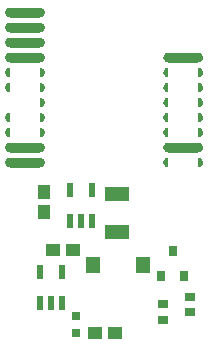
<source format=gtp>
G04 MADE WITH FRITZING*
G04 WWW.FRITZING.ORG*
G04 DOUBLE SIDED*
G04 HOLES PLATED*
G04 CONTOUR ON CENTER OF CONTOUR VECTOR*
%ASAXBY*%
%FSLAX23Y23*%
%MOIN*%
%OFA0B0*%
%SFA1.0B1.0*%
%ADD10R,0.031496X0.035433*%
%ADD11R,0.021654X0.047244*%
%ADD12R,0.078740X0.047244*%
%ADD13R,0.050000X0.057874*%
%ADD14R,0.043307X0.047244*%
%ADD15R,0.047244X0.043307*%
%ADD16R,0.031496X0.031496*%
%ADD17R,0.100000X0.032000*%
%ADD18R,0.035433X0.027559*%
%ADD19R,0.001000X0.001000*%
%LNPASTEMASK1*%
G90*
G70*
G54D10*
X527Y246D03*
X602Y246D03*
X564Y328D03*
G54D11*
X222Y429D03*
X259Y429D03*
X296Y429D03*
X296Y531D03*
X222Y531D03*
G54D12*
X380Y394D03*
X380Y520D03*
G54D13*
X467Y281D03*
X298Y281D03*
G54D14*
X134Y459D03*
X134Y526D03*
G54D15*
X372Y55D03*
X305Y55D03*
G54D16*
X241Y114D03*
X241Y55D03*
G54D15*
X231Y333D03*
X164Y333D03*
G54D17*
X600Y673D03*
X600Y973D03*
X72Y1123D03*
X72Y1073D03*
X72Y1023D03*
X72Y973D03*
X72Y673D03*
X72Y623D03*
G54D11*
X122Y157D03*
X160Y157D03*
X197Y157D03*
X197Y259D03*
X122Y259D03*
G54D18*
X621Y126D03*
X621Y177D03*
X531Y151D03*
X531Y100D03*
G54D19*
X17Y1139D02*
X21Y1139D01*
X122Y1139D02*
X126Y1139D01*
X15Y1138D02*
X21Y1138D01*
X122Y1138D02*
X129Y1138D01*
X13Y1137D02*
X21Y1137D01*
X122Y1137D02*
X130Y1137D01*
X12Y1136D02*
X21Y1136D01*
X122Y1136D02*
X132Y1136D01*
X11Y1135D02*
X21Y1135D01*
X122Y1135D02*
X133Y1135D01*
X10Y1134D02*
X21Y1134D01*
X122Y1134D02*
X134Y1134D01*
X9Y1133D02*
X21Y1133D01*
X122Y1133D02*
X134Y1133D01*
X9Y1132D02*
X21Y1132D01*
X122Y1132D02*
X135Y1132D01*
X8Y1131D02*
X21Y1131D01*
X122Y1131D02*
X136Y1131D01*
X8Y1130D02*
X21Y1130D01*
X122Y1130D02*
X136Y1130D01*
X7Y1129D02*
X21Y1129D01*
X122Y1129D02*
X136Y1129D01*
X7Y1128D02*
X21Y1128D01*
X122Y1128D02*
X137Y1128D01*
X7Y1127D02*
X21Y1127D01*
X122Y1127D02*
X137Y1127D01*
X7Y1126D02*
X21Y1126D01*
X122Y1126D02*
X137Y1126D01*
X6Y1125D02*
X21Y1125D01*
X122Y1125D02*
X137Y1125D01*
X6Y1124D02*
X21Y1124D01*
X122Y1124D02*
X137Y1124D01*
X6Y1123D02*
X21Y1123D01*
X122Y1123D02*
X137Y1123D01*
X7Y1122D02*
X21Y1122D01*
X122Y1122D02*
X137Y1122D01*
X7Y1121D02*
X21Y1121D01*
X122Y1121D02*
X137Y1121D01*
X7Y1120D02*
X21Y1120D01*
X122Y1120D02*
X137Y1120D01*
X7Y1119D02*
X21Y1119D01*
X122Y1119D02*
X137Y1119D01*
X8Y1118D02*
X21Y1118D01*
X122Y1118D02*
X136Y1118D01*
X8Y1117D02*
X21Y1117D01*
X122Y1117D02*
X136Y1117D01*
X8Y1116D02*
X21Y1116D01*
X122Y1116D02*
X135Y1116D01*
X9Y1115D02*
X21Y1115D01*
X122Y1115D02*
X135Y1115D01*
X10Y1114D02*
X21Y1114D01*
X122Y1114D02*
X134Y1114D01*
X11Y1113D02*
X21Y1113D01*
X122Y1113D02*
X133Y1113D01*
X12Y1112D02*
X21Y1112D01*
X122Y1112D02*
X132Y1112D01*
X13Y1111D02*
X21Y1111D01*
X122Y1111D02*
X131Y1111D01*
X14Y1110D02*
X21Y1110D01*
X122Y1110D02*
X129Y1110D01*
X16Y1109D02*
X21Y1109D01*
X122Y1109D02*
X127Y1109D01*
X20Y1108D02*
X21Y1108D01*
X123Y1108D02*
X124Y1108D01*
X17Y1089D02*
X21Y1089D01*
X122Y1089D02*
X126Y1089D01*
X15Y1088D02*
X21Y1088D01*
X122Y1088D02*
X129Y1088D01*
X13Y1087D02*
X21Y1087D01*
X122Y1087D02*
X130Y1087D01*
X12Y1086D02*
X21Y1086D01*
X122Y1086D02*
X132Y1086D01*
X11Y1085D02*
X21Y1085D01*
X122Y1085D02*
X133Y1085D01*
X10Y1084D02*
X21Y1084D01*
X122Y1084D02*
X134Y1084D01*
X9Y1083D02*
X21Y1083D01*
X122Y1083D02*
X134Y1083D01*
X9Y1082D02*
X21Y1082D01*
X122Y1082D02*
X135Y1082D01*
X8Y1081D02*
X21Y1081D01*
X122Y1081D02*
X136Y1081D01*
X8Y1080D02*
X21Y1080D01*
X122Y1080D02*
X136Y1080D01*
X7Y1079D02*
X21Y1079D01*
X122Y1079D02*
X136Y1079D01*
X7Y1078D02*
X21Y1078D01*
X122Y1078D02*
X137Y1078D01*
X7Y1077D02*
X21Y1077D01*
X122Y1077D02*
X137Y1077D01*
X7Y1076D02*
X21Y1076D01*
X122Y1076D02*
X137Y1076D01*
X6Y1075D02*
X21Y1075D01*
X122Y1075D02*
X137Y1075D01*
X6Y1074D02*
X21Y1074D01*
X122Y1074D02*
X137Y1074D01*
X6Y1073D02*
X21Y1073D01*
X122Y1073D02*
X137Y1073D01*
X7Y1072D02*
X21Y1072D01*
X122Y1072D02*
X137Y1072D01*
X7Y1071D02*
X21Y1071D01*
X122Y1071D02*
X137Y1071D01*
X7Y1070D02*
X21Y1070D01*
X122Y1070D02*
X137Y1070D01*
X7Y1069D02*
X21Y1069D01*
X122Y1069D02*
X137Y1069D01*
X8Y1068D02*
X21Y1068D01*
X122Y1068D02*
X136Y1068D01*
X8Y1067D02*
X21Y1067D01*
X122Y1067D02*
X136Y1067D01*
X8Y1066D02*
X21Y1066D01*
X122Y1066D02*
X135Y1066D01*
X9Y1065D02*
X21Y1065D01*
X122Y1065D02*
X135Y1065D01*
X10Y1064D02*
X21Y1064D01*
X122Y1064D02*
X134Y1064D01*
X11Y1063D02*
X21Y1063D01*
X122Y1063D02*
X133Y1063D01*
X12Y1062D02*
X21Y1062D01*
X122Y1062D02*
X132Y1062D01*
X13Y1061D02*
X21Y1061D01*
X122Y1061D02*
X131Y1061D01*
X14Y1060D02*
X21Y1060D01*
X122Y1060D02*
X129Y1060D01*
X16Y1059D02*
X21Y1059D01*
X122Y1059D02*
X127Y1059D01*
X20Y1058D02*
X21Y1058D01*
X123Y1058D02*
X124Y1058D01*
X17Y1039D02*
X21Y1039D01*
X122Y1039D02*
X126Y1039D01*
X15Y1038D02*
X21Y1038D01*
X122Y1038D02*
X129Y1038D01*
X13Y1037D02*
X21Y1037D01*
X122Y1037D02*
X130Y1037D01*
X12Y1036D02*
X21Y1036D01*
X122Y1036D02*
X132Y1036D01*
X11Y1035D02*
X21Y1035D01*
X122Y1035D02*
X133Y1035D01*
X10Y1034D02*
X21Y1034D01*
X122Y1034D02*
X134Y1034D01*
X9Y1033D02*
X21Y1033D01*
X122Y1033D02*
X134Y1033D01*
X9Y1032D02*
X21Y1032D01*
X122Y1032D02*
X135Y1032D01*
X8Y1031D02*
X21Y1031D01*
X122Y1031D02*
X136Y1031D01*
X8Y1030D02*
X21Y1030D01*
X122Y1030D02*
X136Y1030D01*
X7Y1029D02*
X21Y1029D01*
X122Y1029D02*
X136Y1029D01*
X7Y1028D02*
X21Y1028D01*
X122Y1028D02*
X137Y1028D01*
X7Y1027D02*
X21Y1027D01*
X122Y1027D02*
X137Y1027D01*
X7Y1026D02*
X21Y1026D01*
X122Y1026D02*
X137Y1026D01*
X6Y1025D02*
X21Y1025D01*
X122Y1025D02*
X137Y1025D01*
X6Y1024D02*
X21Y1024D01*
X122Y1024D02*
X137Y1024D01*
X6Y1023D02*
X21Y1023D01*
X122Y1023D02*
X137Y1023D01*
X7Y1022D02*
X21Y1022D01*
X122Y1022D02*
X137Y1022D01*
X7Y1021D02*
X21Y1021D01*
X122Y1021D02*
X137Y1021D01*
X7Y1020D02*
X21Y1020D01*
X122Y1020D02*
X137Y1020D01*
X7Y1019D02*
X21Y1019D01*
X122Y1019D02*
X137Y1019D01*
X8Y1018D02*
X21Y1018D01*
X122Y1018D02*
X136Y1018D01*
X8Y1017D02*
X21Y1017D01*
X122Y1017D02*
X136Y1017D01*
X8Y1016D02*
X21Y1016D01*
X122Y1016D02*
X135Y1016D01*
X9Y1015D02*
X21Y1015D01*
X122Y1015D02*
X135Y1015D01*
X10Y1014D02*
X21Y1014D01*
X122Y1014D02*
X134Y1014D01*
X11Y1013D02*
X21Y1013D01*
X122Y1013D02*
X133Y1013D01*
X12Y1012D02*
X21Y1012D01*
X122Y1012D02*
X132Y1012D01*
X13Y1011D02*
X21Y1011D01*
X122Y1011D02*
X131Y1011D01*
X14Y1010D02*
X21Y1010D01*
X122Y1010D02*
X129Y1010D01*
X16Y1009D02*
X21Y1009D01*
X122Y1009D02*
X127Y1009D01*
X20Y1008D02*
X21Y1008D01*
X123Y1008D02*
X124Y1008D01*
X17Y989D02*
X21Y989D01*
X122Y989D02*
X126Y989D01*
X545Y989D02*
X549Y989D01*
X650Y989D02*
X654Y989D01*
X15Y988D02*
X21Y988D01*
X122Y988D02*
X129Y988D01*
X543Y988D02*
X549Y988D01*
X650Y988D02*
X657Y988D01*
X13Y987D02*
X21Y987D01*
X122Y987D02*
X130Y987D01*
X541Y987D02*
X549Y987D01*
X650Y987D02*
X658Y987D01*
X12Y986D02*
X21Y986D01*
X122Y986D02*
X132Y986D01*
X540Y986D02*
X549Y986D01*
X650Y986D02*
X660Y986D01*
X11Y985D02*
X21Y985D01*
X122Y985D02*
X133Y985D01*
X539Y985D02*
X549Y985D01*
X650Y985D02*
X661Y985D01*
X10Y984D02*
X21Y984D01*
X122Y984D02*
X134Y984D01*
X538Y984D02*
X549Y984D01*
X650Y984D02*
X661Y984D01*
X9Y983D02*
X21Y983D01*
X122Y983D02*
X134Y983D01*
X537Y983D02*
X549Y983D01*
X650Y983D02*
X662Y983D01*
X9Y982D02*
X21Y982D01*
X122Y982D02*
X135Y982D01*
X536Y982D02*
X549Y982D01*
X650Y982D02*
X663Y982D01*
X8Y981D02*
X21Y981D01*
X122Y981D02*
X136Y981D01*
X536Y981D02*
X549Y981D01*
X650Y981D02*
X663Y981D01*
X8Y980D02*
X21Y980D01*
X122Y980D02*
X136Y980D01*
X535Y980D02*
X549Y980D01*
X650Y980D02*
X664Y980D01*
X7Y979D02*
X21Y979D01*
X122Y979D02*
X136Y979D01*
X535Y979D02*
X549Y979D01*
X650Y979D02*
X664Y979D01*
X7Y978D02*
X21Y978D01*
X122Y978D02*
X137Y978D01*
X535Y978D02*
X549Y978D01*
X650Y978D02*
X665Y978D01*
X7Y977D02*
X21Y977D01*
X122Y977D02*
X137Y977D01*
X535Y977D02*
X549Y977D01*
X650Y977D02*
X665Y977D01*
X7Y976D02*
X21Y976D01*
X122Y976D02*
X137Y976D01*
X534Y976D02*
X549Y976D01*
X650Y976D02*
X665Y976D01*
X6Y975D02*
X21Y975D01*
X122Y975D02*
X137Y975D01*
X534Y975D02*
X549Y975D01*
X650Y975D02*
X665Y975D01*
X6Y974D02*
X21Y974D01*
X122Y974D02*
X137Y974D01*
X534Y974D02*
X549Y974D01*
X650Y974D02*
X665Y974D01*
X6Y973D02*
X21Y973D01*
X122Y973D02*
X137Y973D01*
X534Y973D02*
X549Y973D01*
X650Y973D02*
X665Y973D01*
X7Y972D02*
X21Y972D01*
X122Y972D02*
X137Y972D01*
X534Y972D02*
X549Y972D01*
X650Y972D02*
X665Y972D01*
X7Y971D02*
X21Y971D01*
X122Y971D02*
X137Y971D01*
X534Y971D02*
X549Y971D01*
X650Y971D02*
X665Y971D01*
X7Y970D02*
X21Y970D01*
X122Y970D02*
X137Y970D01*
X535Y970D02*
X549Y970D01*
X650Y970D02*
X665Y970D01*
X7Y969D02*
X21Y969D01*
X122Y969D02*
X137Y969D01*
X535Y969D02*
X549Y969D01*
X650Y969D02*
X664Y969D01*
X8Y968D02*
X21Y968D01*
X122Y968D02*
X136Y968D01*
X535Y968D02*
X549Y968D01*
X650Y968D02*
X664Y968D01*
X8Y967D02*
X21Y967D01*
X122Y967D02*
X136Y967D01*
X536Y967D02*
X549Y967D01*
X650Y967D02*
X664Y967D01*
X8Y966D02*
X21Y966D01*
X122Y966D02*
X135Y966D01*
X536Y966D02*
X549Y966D01*
X650Y966D02*
X663Y966D01*
X9Y965D02*
X21Y965D01*
X122Y965D02*
X135Y965D01*
X537Y965D02*
X549Y965D01*
X650Y965D02*
X662Y965D01*
X10Y964D02*
X21Y964D01*
X122Y964D02*
X134Y964D01*
X538Y964D02*
X549Y964D01*
X650Y964D02*
X662Y964D01*
X11Y963D02*
X21Y963D01*
X122Y963D02*
X133Y963D01*
X538Y963D02*
X549Y963D01*
X650Y963D02*
X661Y963D01*
X12Y962D02*
X21Y962D01*
X122Y962D02*
X132Y962D01*
X539Y962D02*
X549Y962D01*
X650Y962D02*
X660Y962D01*
X13Y961D02*
X21Y961D01*
X122Y961D02*
X131Y961D01*
X541Y961D02*
X549Y961D01*
X650Y961D02*
X659Y961D01*
X14Y960D02*
X21Y960D01*
X122Y960D02*
X129Y960D01*
X542Y960D02*
X549Y960D01*
X650Y960D02*
X657Y960D01*
X16Y959D02*
X21Y959D01*
X122Y959D02*
X127Y959D01*
X544Y959D02*
X549Y959D01*
X650Y959D02*
X655Y959D01*
X20Y958D02*
X21Y958D01*
X123Y958D02*
X124Y958D01*
X548Y958D02*
X549Y958D01*
X650Y958D02*
X651Y958D01*
X17Y939D02*
X21Y939D01*
X122Y939D02*
X126Y939D01*
X545Y939D02*
X549Y939D01*
X650Y939D02*
X654Y939D01*
X15Y938D02*
X21Y938D01*
X122Y938D02*
X129Y938D01*
X543Y938D02*
X549Y938D01*
X650Y938D02*
X657Y938D01*
X13Y937D02*
X21Y937D01*
X122Y937D02*
X130Y937D01*
X541Y937D02*
X549Y937D01*
X650Y937D02*
X658Y937D01*
X12Y936D02*
X21Y936D01*
X122Y936D02*
X132Y936D01*
X540Y936D02*
X549Y936D01*
X650Y936D02*
X660Y936D01*
X11Y935D02*
X21Y935D01*
X122Y935D02*
X133Y935D01*
X539Y935D02*
X549Y935D01*
X650Y935D02*
X661Y935D01*
X10Y934D02*
X21Y934D01*
X122Y934D02*
X134Y934D01*
X538Y934D02*
X549Y934D01*
X650Y934D02*
X661Y934D01*
X9Y933D02*
X21Y933D01*
X122Y933D02*
X134Y933D01*
X537Y933D02*
X549Y933D01*
X650Y933D02*
X662Y933D01*
X9Y932D02*
X21Y932D01*
X122Y932D02*
X135Y932D01*
X536Y932D02*
X549Y932D01*
X650Y932D02*
X663Y932D01*
X8Y931D02*
X21Y931D01*
X122Y931D02*
X136Y931D01*
X536Y931D02*
X549Y931D01*
X650Y931D02*
X663Y931D01*
X8Y930D02*
X21Y930D01*
X122Y930D02*
X136Y930D01*
X535Y930D02*
X549Y930D01*
X650Y930D02*
X664Y930D01*
X7Y929D02*
X21Y929D01*
X122Y929D02*
X136Y929D01*
X535Y929D02*
X549Y929D01*
X650Y929D02*
X664Y929D01*
X7Y928D02*
X21Y928D01*
X122Y928D02*
X137Y928D01*
X535Y928D02*
X549Y928D01*
X650Y928D02*
X665Y928D01*
X7Y927D02*
X21Y927D01*
X122Y927D02*
X137Y927D01*
X535Y927D02*
X549Y927D01*
X650Y927D02*
X665Y927D01*
X7Y926D02*
X21Y926D01*
X122Y926D02*
X137Y926D01*
X534Y926D02*
X549Y926D01*
X650Y926D02*
X665Y926D01*
X6Y925D02*
X21Y925D01*
X122Y925D02*
X137Y925D01*
X534Y925D02*
X549Y925D01*
X650Y925D02*
X665Y925D01*
X6Y924D02*
X21Y924D01*
X122Y924D02*
X137Y924D01*
X534Y924D02*
X549Y924D01*
X650Y924D02*
X665Y924D01*
X6Y923D02*
X21Y923D01*
X122Y923D02*
X137Y923D01*
X534Y923D02*
X549Y923D01*
X650Y923D02*
X665Y923D01*
X7Y922D02*
X21Y922D01*
X122Y922D02*
X137Y922D01*
X534Y922D02*
X549Y922D01*
X650Y922D02*
X665Y922D01*
X7Y921D02*
X21Y921D01*
X122Y921D02*
X137Y921D01*
X534Y921D02*
X549Y921D01*
X650Y921D02*
X665Y921D01*
X7Y920D02*
X21Y920D01*
X122Y920D02*
X137Y920D01*
X535Y920D02*
X549Y920D01*
X650Y920D02*
X665Y920D01*
X7Y919D02*
X21Y919D01*
X122Y919D02*
X137Y919D01*
X535Y919D02*
X549Y919D01*
X650Y919D02*
X664Y919D01*
X8Y918D02*
X21Y918D01*
X122Y918D02*
X136Y918D01*
X535Y918D02*
X549Y918D01*
X650Y918D02*
X664Y918D01*
X8Y917D02*
X21Y917D01*
X122Y917D02*
X136Y917D01*
X536Y917D02*
X549Y917D01*
X650Y917D02*
X664Y917D01*
X8Y916D02*
X21Y916D01*
X122Y916D02*
X135Y916D01*
X536Y916D02*
X549Y916D01*
X650Y916D02*
X663Y916D01*
X9Y915D02*
X21Y915D01*
X122Y915D02*
X135Y915D01*
X537Y915D02*
X549Y915D01*
X650Y915D02*
X662Y915D01*
X10Y914D02*
X21Y914D01*
X122Y914D02*
X134Y914D01*
X538Y914D02*
X549Y914D01*
X650Y914D02*
X662Y914D01*
X11Y913D02*
X21Y913D01*
X122Y913D02*
X133Y913D01*
X538Y913D02*
X549Y913D01*
X650Y913D02*
X661Y913D01*
X12Y912D02*
X21Y912D01*
X122Y912D02*
X132Y912D01*
X539Y912D02*
X549Y912D01*
X650Y912D02*
X660Y912D01*
X13Y911D02*
X21Y911D01*
X122Y911D02*
X131Y911D01*
X541Y911D02*
X549Y911D01*
X650Y911D02*
X659Y911D01*
X14Y910D02*
X21Y910D01*
X122Y910D02*
X129Y910D01*
X542Y910D02*
X549Y910D01*
X650Y910D02*
X657Y910D01*
X16Y909D02*
X21Y909D01*
X122Y909D02*
X127Y909D01*
X544Y909D02*
X549Y909D01*
X650Y909D02*
X655Y909D01*
X20Y908D02*
X21Y908D01*
X123Y908D02*
X124Y908D01*
X548Y908D02*
X549Y908D01*
X650Y908D02*
X651Y908D01*
X17Y889D02*
X21Y889D01*
X122Y889D02*
X126Y889D01*
X545Y889D02*
X549Y889D01*
X650Y889D02*
X654Y889D01*
X15Y888D02*
X21Y888D01*
X122Y888D02*
X129Y888D01*
X543Y888D02*
X549Y888D01*
X650Y888D02*
X657Y888D01*
X13Y887D02*
X21Y887D01*
X122Y887D02*
X130Y887D01*
X541Y887D02*
X549Y887D01*
X650Y887D02*
X658Y887D01*
X12Y886D02*
X21Y886D01*
X122Y886D02*
X132Y886D01*
X540Y886D02*
X549Y886D01*
X650Y886D02*
X660Y886D01*
X11Y885D02*
X21Y885D01*
X122Y885D02*
X133Y885D01*
X539Y885D02*
X549Y885D01*
X650Y885D02*
X661Y885D01*
X10Y884D02*
X21Y884D01*
X122Y884D02*
X134Y884D01*
X538Y884D02*
X549Y884D01*
X650Y884D02*
X661Y884D01*
X9Y883D02*
X21Y883D01*
X122Y883D02*
X134Y883D01*
X537Y883D02*
X549Y883D01*
X650Y883D02*
X662Y883D01*
X9Y882D02*
X21Y882D01*
X122Y882D02*
X135Y882D01*
X536Y882D02*
X549Y882D01*
X650Y882D02*
X663Y882D01*
X8Y881D02*
X21Y881D01*
X122Y881D02*
X136Y881D01*
X536Y881D02*
X549Y881D01*
X650Y881D02*
X663Y881D01*
X8Y880D02*
X21Y880D01*
X122Y880D02*
X136Y880D01*
X535Y880D02*
X549Y880D01*
X650Y880D02*
X664Y880D01*
X7Y879D02*
X21Y879D01*
X122Y879D02*
X136Y879D01*
X535Y879D02*
X549Y879D01*
X650Y879D02*
X664Y879D01*
X7Y878D02*
X21Y878D01*
X122Y878D02*
X137Y878D01*
X535Y878D02*
X549Y878D01*
X650Y878D02*
X665Y878D01*
X7Y877D02*
X21Y877D01*
X122Y877D02*
X137Y877D01*
X535Y877D02*
X549Y877D01*
X650Y877D02*
X665Y877D01*
X7Y876D02*
X21Y876D01*
X122Y876D02*
X137Y876D01*
X534Y876D02*
X549Y876D01*
X650Y876D02*
X665Y876D01*
X6Y875D02*
X21Y875D01*
X122Y875D02*
X137Y875D01*
X534Y875D02*
X549Y875D01*
X650Y875D02*
X665Y875D01*
X6Y874D02*
X21Y874D01*
X122Y874D02*
X137Y874D01*
X534Y874D02*
X549Y874D01*
X650Y874D02*
X665Y874D01*
X6Y873D02*
X21Y873D01*
X122Y873D02*
X137Y873D01*
X534Y873D02*
X549Y873D01*
X650Y873D02*
X665Y873D01*
X7Y872D02*
X21Y872D01*
X122Y872D02*
X137Y872D01*
X534Y872D02*
X549Y872D01*
X650Y872D02*
X665Y872D01*
X7Y871D02*
X21Y871D01*
X122Y871D02*
X137Y871D01*
X534Y871D02*
X549Y871D01*
X650Y871D02*
X665Y871D01*
X7Y870D02*
X21Y870D01*
X122Y870D02*
X137Y870D01*
X535Y870D02*
X549Y870D01*
X650Y870D02*
X665Y870D01*
X7Y869D02*
X21Y869D01*
X122Y869D02*
X137Y869D01*
X535Y869D02*
X549Y869D01*
X650Y869D02*
X664Y869D01*
X8Y868D02*
X21Y868D01*
X122Y868D02*
X136Y868D01*
X535Y868D02*
X549Y868D01*
X650Y868D02*
X664Y868D01*
X8Y867D02*
X21Y867D01*
X122Y867D02*
X136Y867D01*
X536Y867D02*
X549Y867D01*
X650Y867D02*
X664Y867D01*
X8Y866D02*
X21Y866D01*
X122Y866D02*
X135Y866D01*
X536Y866D02*
X549Y866D01*
X650Y866D02*
X663Y866D01*
X9Y865D02*
X21Y865D01*
X122Y865D02*
X135Y865D01*
X537Y865D02*
X549Y865D01*
X650Y865D02*
X662Y865D01*
X10Y864D02*
X21Y864D01*
X122Y864D02*
X134Y864D01*
X538Y864D02*
X549Y864D01*
X650Y864D02*
X662Y864D01*
X11Y863D02*
X21Y863D01*
X122Y863D02*
X133Y863D01*
X538Y863D02*
X549Y863D01*
X650Y863D02*
X661Y863D01*
X12Y862D02*
X21Y862D01*
X122Y862D02*
X132Y862D01*
X539Y862D02*
X549Y862D01*
X650Y862D02*
X660Y862D01*
X13Y861D02*
X21Y861D01*
X122Y861D02*
X131Y861D01*
X541Y861D02*
X549Y861D01*
X650Y861D02*
X659Y861D01*
X14Y860D02*
X21Y860D01*
X122Y860D02*
X129Y860D01*
X542Y860D02*
X549Y860D01*
X650Y860D02*
X657Y860D01*
X16Y859D02*
X21Y859D01*
X122Y859D02*
X127Y859D01*
X544Y859D02*
X549Y859D01*
X650Y859D02*
X655Y859D01*
X20Y858D02*
X21Y858D01*
X123Y858D02*
X124Y858D01*
X548Y858D02*
X549Y858D01*
X650Y858D02*
X651Y858D01*
X122Y839D02*
X126Y839D01*
X545Y839D02*
X549Y839D01*
X650Y839D02*
X654Y839D01*
X122Y838D02*
X129Y838D01*
X543Y838D02*
X549Y838D01*
X650Y838D02*
X657Y838D01*
X122Y837D02*
X130Y837D01*
X541Y837D02*
X549Y837D01*
X650Y837D02*
X658Y837D01*
X122Y836D02*
X132Y836D01*
X540Y836D02*
X549Y836D01*
X650Y836D02*
X660Y836D01*
X122Y835D02*
X133Y835D01*
X539Y835D02*
X549Y835D01*
X650Y835D02*
X661Y835D01*
X122Y834D02*
X134Y834D01*
X538Y834D02*
X549Y834D01*
X650Y834D02*
X661Y834D01*
X122Y833D02*
X134Y833D01*
X537Y833D02*
X549Y833D01*
X650Y833D02*
X662Y833D01*
X122Y832D02*
X135Y832D01*
X536Y832D02*
X549Y832D01*
X650Y832D02*
X663Y832D01*
X122Y831D02*
X136Y831D01*
X536Y831D02*
X549Y831D01*
X650Y831D02*
X663Y831D01*
X122Y830D02*
X136Y830D01*
X535Y830D02*
X549Y830D01*
X650Y830D02*
X664Y830D01*
X122Y829D02*
X136Y829D01*
X535Y829D02*
X549Y829D01*
X650Y829D02*
X664Y829D01*
X122Y828D02*
X137Y828D01*
X535Y828D02*
X549Y828D01*
X650Y828D02*
X665Y828D01*
X122Y827D02*
X137Y827D01*
X535Y827D02*
X549Y827D01*
X650Y827D02*
X665Y827D01*
X122Y826D02*
X137Y826D01*
X534Y826D02*
X549Y826D01*
X650Y826D02*
X665Y826D01*
X122Y825D02*
X137Y825D01*
X534Y825D02*
X549Y825D01*
X650Y825D02*
X665Y825D01*
X122Y824D02*
X137Y824D01*
X534Y824D02*
X549Y824D01*
X650Y824D02*
X665Y824D01*
X122Y823D02*
X137Y823D01*
X534Y823D02*
X549Y823D01*
X650Y823D02*
X665Y823D01*
X122Y822D02*
X137Y822D01*
X534Y822D02*
X549Y822D01*
X650Y822D02*
X665Y822D01*
X122Y821D02*
X137Y821D01*
X534Y821D02*
X549Y821D01*
X650Y821D02*
X665Y821D01*
X122Y820D02*
X137Y820D01*
X535Y820D02*
X549Y820D01*
X650Y820D02*
X665Y820D01*
X122Y819D02*
X137Y819D01*
X535Y819D02*
X549Y819D01*
X650Y819D02*
X664Y819D01*
X122Y818D02*
X136Y818D01*
X535Y818D02*
X549Y818D01*
X650Y818D02*
X664Y818D01*
X122Y817D02*
X136Y817D01*
X536Y817D02*
X549Y817D01*
X650Y817D02*
X664Y817D01*
X122Y816D02*
X135Y816D01*
X536Y816D02*
X549Y816D01*
X650Y816D02*
X663Y816D01*
X122Y815D02*
X135Y815D01*
X537Y815D02*
X549Y815D01*
X650Y815D02*
X662Y815D01*
X122Y814D02*
X134Y814D01*
X538Y814D02*
X549Y814D01*
X650Y814D02*
X662Y814D01*
X122Y813D02*
X133Y813D01*
X538Y813D02*
X549Y813D01*
X650Y813D02*
X661Y813D01*
X122Y812D02*
X132Y812D01*
X539Y812D02*
X549Y812D01*
X650Y812D02*
X660Y812D01*
X122Y811D02*
X131Y811D01*
X541Y811D02*
X549Y811D01*
X650Y811D02*
X659Y811D01*
X122Y810D02*
X129Y810D01*
X542Y810D02*
X549Y810D01*
X650Y810D02*
X657Y810D01*
X122Y809D02*
X127Y809D01*
X544Y809D02*
X549Y809D01*
X650Y809D02*
X655Y809D01*
X123Y808D02*
X124Y808D01*
X548Y808D02*
X549Y808D01*
X650Y808D02*
X651Y808D01*
X17Y789D02*
X21Y789D01*
X122Y789D02*
X127Y789D01*
X545Y789D02*
X549Y789D01*
X650Y789D02*
X654Y789D01*
X15Y788D02*
X21Y788D01*
X122Y788D02*
X129Y788D01*
X543Y788D02*
X549Y788D01*
X650Y788D02*
X657Y788D01*
X13Y787D02*
X21Y787D01*
X122Y787D02*
X130Y787D01*
X541Y787D02*
X549Y787D01*
X650Y787D02*
X658Y787D01*
X12Y786D02*
X21Y786D01*
X122Y786D02*
X132Y786D01*
X540Y786D02*
X549Y786D01*
X650Y786D02*
X660Y786D01*
X11Y785D02*
X21Y785D01*
X122Y785D02*
X133Y785D01*
X539Y785D02*
X549Y785D01*
X650Y785D02*
X661Y785D01*
X10Y784D02*
X21Y784D01*
X122Y784D02*
X134Y784D01*
X538Y784D02*
X549Y784D01*
X650Y784D02*
X661Y784D01*
X9Y783D02*
X21Y783D01*
X122Y783D02*
X134Y783D01*
X537Y783D02*
X549Y783D01*
X650Y783D02*
X662Y783D01*
X9Y782D02*
X21Y782D01*
X122Y782D02*
X135Y782D01*
X536Y782D02*
X549Y782D01*
X650Y782D02*
X663Y782D01*
X8Y781D02*
X21Y781D01*
X122Y781D02*
X136Y781D01*
X536Y781D02*
X549Y781D01*
X650Y781D02*
X663Y781D01*
X8Y780D02*
X21Y780D01*
X122Y780D02*
X136Y780D01*
X535Y780D02*
X549Y780D01*
X650Y780D02*
X664Y780D01*
X7Y779D02*
X21Y779D01*
X122Y779D02*
X136Y779D01*
X535Y779D02*
X549Y779D01*
X650Y779D02*
X664Y779D01*
X7Y778D02*
X21Y778D01*
X122Y778D02*
X137Y778D01*
X535Y778D02*
X549Y778D01*
X650Y778D02*
X665Y778D01*
X7Y777D02*
X21Y777D01*
X122Y777D02*
X137Y777D01*
X534Y777D02*
X549Y777D01*
X650Y777D02*
X665Y777D01*
X7Y776D02*
X21Y776D01*
X122Y776D02*
X137Y776D01*
X534Y776D02*
X549Y776D01*
X650Y776D02*
X665Y776D01*
X6Y775D02*
X21Y775D01*
X122Y775D02*
X137Y775D01*
X534Y775D02*
X549Y775D01*
X650Y775D02*
X665Y775D01*
X6Y774D02*
X21Y774D01*
X122Y774D02*
X137Y774D01*
X534Y774D02*
X549Y774D01*
X650Y774D02*
X665Y774D01*
X6Y773D02*
X21Y773D01*
X122Y773D02*
X137Y773D01*
X534Y773D02*
X549Y773D01*
X650Y773D02*
X665Y773D01*
X7Y772D02*
X21Y772D01*
X122Y772D02*
X137Y772D01*
X534Y772D02*
X549Y772D01*
X650Y772D02*
X665Y772D01*
X7Y771D02*
X21Y771D01*
X122Y771D02*
X137Y771D01*
X534Y771D02*
X549Y771D01*
X650Y771D02*
X665Y771D01*
X7Y770D02*
X21Y770D01*
X122Y770D02*
X137Y770D01*
X535Y770D02*
X549Y770D01*
X650Y770D02*
X665Y770D01*
X7Y769D02*
X21Y769D01*
X122Y769D02*
X137Y769D01*
X535Y769D02*
X549Y769D01*
X650Y769D02*
X664Y769D01*
X8Y768D02*
X21Y768D01*
X122Y768D02*
X136Y768D01*
X535Y768D02*
X549Y768D01*
X650Y768D02*
X664Y768D01*
X8Y767D02*
X21Y767D01*
X122Y767D02*
X136Y767D01*
X536Y767D02*
X549Y767D01*
X650Y767D02*
X664Y767D01*
X8Y766D02*
X21Y766D01*
X122Y766D02*
X135Y766D01*
X536Y766D02*
X549Y766D01*
X650Y766D02*
X663Y766D01*
X9Y765D02*
X21Y765D01*
X122Y765D02*
X135Y765D01*
X537Y765D02*
X549Y765D01*
X650Y765D02*
X662Y765D01*
X10Y764D02*
X21Y764D01*
X122Y764D02*
X134Y764D01*
X538Y764D02*
X549Y764D01*
X650Y764D02*
X662Y764D01*
X11Y763D02*
X21Y763D01*
X122Y763D02*
X133Y763D01*
X538Y763D02*
X549Y763D01*
X650Y763D02*
X661Y763D01*
X12Y762D02*
X21Y762D01*
X122Y762D02*
X132Y762D01*
X539Y762D02*
X549Y762D01*
X650Y762D02*
X660Y762D01*
X13Y761D02*
X21Y761D01*
X122Y761D02*
X131Y761D01*
X541Y761D02*
X549Y761D01*
X650Y761D02*
X659Y761D01*
X14Y760D02*
X21Y760D01*
X122Y760D02*
X129Y760D01*
X542Y760D02*
X549Y760D01*
X650Y760D02*
X657Y760D01*
X16Y759D02*
X21Y759D01*
X122Y759D02*
X127Y759D01*
X544Y759D02*
X549Y759D01*
X650Y759D02*
X655Y759D01*
X20Y758D02*
X21Y758D01*
X123Y758D02*
X124Y758D01*
X548Y758D02*
X549Y758D01*
X650Y758D02*
X651Y758D01*
X17Y739D02*
X21Y739D01*
X122Y739D02*
X127Y739D01*
X545Y739D02*
X549Y739D01*
X650Y739D02*
X654Y739D01*
X15Y738D02*
X21Y738D01*
X122Y738D02*
X129Y738D01*
X543Y738D02*
X549Y738D01*
X650Y738D02*
X657Y738D01*
X13Y737D02*
X21Y737D01*
X122Y737D02*
X130Y737D01*
X541Y737D02*
X549Y737D01*
X650Y737D02*
X658Y737D01*
X12Y736D02*
X21Y736D01*
X122Y736D02*
X132Y736D01*
X540Y736D02*
X549Y736D01*
X650Y736D02*
X660Y736D01*
X11Y735D02*
X21Y735D01*
X122Y735D02*
X133Y735D01*
X539Y735D02*
X549Y735D01*
X650Y735D02*
X661Y735D01*
X10Y734D02*
X21Y734D01*
X122Y734D02*
X134Y734D01*
X538Y734D02*
X549Y734D01*
X650Y734D02*
X661Y734D01*
X9Y733D02*
X21Y733D01*
X122Y733D02*
X134Y733D01*
X537Y733D02*
X549Y733D01*
X650Y733D02*
X662Y733D01*
X9Y732D02*
X21Y732D01*
X122Y732D02*
X135Y732D01*
X536Y732D02*
X549Y732D01*
X650Y732D02*
X663Y732D01*
X8Y731D02*
X21Y731D01*
X122Y731D02*
X136Y731D01*
X536Y731D02*
X549Y731D01*
X650Y731D02*
X663Y731D01*
X8Y730D02*
X21Y730D01*
X122Y730D02*
X136Y730D01*
X535Y730D02*
X549Y730D01*
X650Y730D02*
X664Y730D01*
X7Y729D02*
X21Y729D01*
X122Y729D02*
X136Y729D01*
X535Y729D02*
X549Y729D01*
X650Y729D02*
X664Y729D01*
X7Y728D02*
X21Y728D01*
X122Y728D02*
X137Y728D01*
X535Y728D02*
X549Y728D01*
X650Y728D02*
X665Y728D01*
X7Y727D02*
X21Y727D01*
X122Y727D02*
X137Y727D01*
X534Y727D02*
X549Y727D01*
X650Y727D02*
X665Y727D01*
X7Y726D02*
X21Y726D01*
X122Y726D02*
X137Y726D01*
X534Y726D02*
X549Y726D01*
X650Y726D02*
X665Y726D01*
X6Y725D02*
X21Y725D01*
X122Y725D02*
X137Y725D01*
X534Y725D02*
X549Y725D01*
X650Y725D02*
X665Y725D01*
X6Y724D02*
X21Y724D01*
X122Y724D02*
X137Y724D01*
X534Y724D02*
X549Y724D01*
X650Y724D02*
X665Y724D01*
X6Y723D02*
X21Y723D01*
X122Y723D02*
X137Y723D01*
X534Y723D02*
X549Y723D01*
X650Y723D02*
X665Y723D01*
X7Y722D02*
X21Y722D01*
X122Y722D02*
X137Y722D01*
X534Y722D02*
X549Y722D01*
X650Y722D02*
X665Y722D01*
X7Y721D02*
X21Y721D01*
X122Y721D02*
X137Y721D01*
X534Y721D02*
X549Y721D01*
X650Y721D02*
X665Y721D01*
X7Y720D02*
X21Y720D01*
X122Y720D02*
X137Y720D01*
X535Y720D02*
X549Y720D01*
X650Y720D02*
X665Y720D01*
X7Y719D02*
X21Y719D01*
X122Y719D02*
X137Y719D01*
X535Y719D02*
X549Y719D01*
X650Y719D02*
X664Y719D01*
X8Y718D02*
X21Y718D01*
X122Y718D02*
X136Y718D01*
X535Y718D02*
X549Y718D01*
X650Y718D02*
X664Y718D01*
X8Y717D02*
X21Y717D01*
X122Y717D02*
X136Y717D01*
X536Y717D02*
X549Y717D01*
X650Y717D02*
X664Y717D01*
X8Y716D02*
X21Y716D01*
X122Y716D02*
X135Y716D01*
X536Y716D02*
X549Y716D01*
X650Y716D02*
X663Y716D01*
X9Y715D02*
X21Y715D01*
X122Y715D02*
X135Y715D01*
X537Y715D02*
X549Y715D01*
X650Y715D02*
X662Y715D01*
X10Y714D02*
X21Y714D01*
X122Y714D02*
X134Y714D01*
X538Y714D02*
X549Y714D01*
X650Y714D02*
X662Y714D01*
X11Y713D02*
X21Y713D01*
X122Y713D02*
X133Y713D01*
X538Y713D02*
X549Y713D01*
X650Y713D02*
X661Y713D01*
X12Y712D02*
X21Y712D01*
X122Y712D02*
X132Y712D01*
X539Y712D02*
X549Y712D01*
X650Y712D02*
X660Y712D01*
X13Y711D02*
X21Y711D01*
X122Y711D02*
X131Y711D01*
X541Y711D02*
X549Y711D01*
X650Y711D02*
X659Y711D01*
X14Y710D02*
X21Y710D01*
X122Y710D02*
X129Y710D01*
X542Y710D02*
X549Y710D01*
X650Y710D02*
X657Y710D01*
X16Y709D02*
X21Y709D01*
X122Y709D02*
X127Y709D01*
X544Y709D02*
X549Y709D01*
X650Y709D02*
X655Y709D01*
X20Y708D02*
X21Y708D01*
X123Y708D02*
X124Y708D01*
X548Y708D02*
X549Y708D01*
X650Y708D02*
X651Y708D01*
X17Y689D02*
X21Y689D01*
X122Y689D02*
X127Y689D01*
X545Y689D02*
X549Y689D01*
X650Y689D02*
X654Y689D01*
X15Y688D02*
X21Y688D01*
X122Y688D02*
X129Y688D01*
X543Y688D02*
X549Y688D01*
X650Y688D02*
X657Y688D01*
X13Y687D02*
X21Y687D01*
X122Y687D02*
X130Y687D01*
X541Y687D02*
X549Y687D01*
X650Y687D02*
X658Y687D01*
X12Y686D02*
X21Y686D01*
X122Y686D02*
X132Y686D01*
X540Y686D02*
X549Y686D01*
X650Y686D02*
X660Y686D01*
X11Y685D02*
X21Y685D01*
X122Y685D02*
X133Y685D01*
X539Y685D02*
X549Y685D01*
X650Y685D02*
X661Y685D01*
X10Y684D02*
X21Y684D01*
X122Y684D02*
X134Y684D01*
X538Y684D02*
X549Y684D01*
X650Y684D02*
X661Y684D01*
X9Y683D02*
X21Y683D01*
X122Y683D02*
X134Y683D01*
X537Y683D02*
X549Y683D01*
X650Y683D02*
X662Y683D01*
X9Y682D02*
X21Y682D01*
X122Y682D02*
X135Y682D01*
X536Y682D02*
X549Y682D01*
X650Y682D02*
X663Y682D01*
X8Y681D02*
X21Y681D01*
X122Y681D02*
X136Y681D01*
X536Y681D02*
X549Y681D01*
X650Y681D02*
X663Y681D01*
X8Y680D02*
X21Y680D01*
X122Y680D02*
X136Y680D01*
X535Y680D02*
X549Y680D01*
X650Y680D02*
X664Y680D01*
X7Y679D02*
X21Y679D01*
X122Y679D02*
X137Y679D01*
X535Y679D02*
X549Y679D01*
X650Y679D02*
X664Y679D01*
X7Y678D02*
X21Y678D01*
X122Y678D02*
X137Y678D01*
X535Y678D02*
X549Y678D01*
X650Y678D02*
X665Y678D01*
X7Y677D02*
X21Y677D01*
X122Y677D02*
X137Y677D01*
X534Y677D02*
X549Y677D01*
X650Y677D02*
X665Y677D01*
X7Y676D02*
X21Y676D01*
X122Y676D02*
X137Y676D01*
X534Y676D02*
X549Y676D01*
X650Y676D02*
X665Y676D01*
X6Y675D02*
X21Y675D01*
X122Y675D02*
X137Y675D01*
X534Y675D02*
X549Y675D01*
X650Y675D02*
X665Y675D01*
X6Y674D02*
X21Y674D01*
X122Y674D02*
X137Y674D01*
X534Y674D02*
X549Y674D01*
X650Y674D02*
X665Y674D01*
X6Y673D02*
X21Y673D01*
X122Y673D02*
X137Y673D01*
X534Y673D02*
X549Y673D01*
X650Y673D02*
X665Y673D01*
X7Y672D02*
X21Y672D01*
X122Y672D02*
X137Y672D01*
X534Y672D02*
X549Y672D01*
X650Y672D02*
X665Y672D01*
X7Y671D02*
X21Y671D01*
X122Y671D02*
X137Y671D01*
X534Y671D02*
X549Y671D01*
X650Y671D02*
X665Y671D01*
X7Y670D02*
X21Y670D01*
X122Y670D02*
X137Y670D01*
X535Y670D02*
X549Y670D01*
X650Y670D02*
X665Y670D01*
X7Y669D02*
X21Y669D01*
X122Y669D02*
X137Y669D01*
X535Y669D02*
X549Y669D01*
X650Y669D02*
X664Y669D01*
X8Y668D02*
X21Y668D01*
X122Y668D02*
X136Y668D01*
X535Y668D02*
X549Y668D01*
X650Y668D02*
X664Y668D01*
X8Y667D02*
X21Y667D01*
X122Y667D02*
X136Y667D01*
X536Y667D02*
X549Y667D01*
X650Y667D02*
X664Y667D01*
X8Y666D02*
X21Y666D01*
X122Y666D02*
X135Y666D01*
X536Y666D02*
X549Y666D01*
X650Y666D02*
X663Y666D01*
X9Y665D02*
X21Y665D01*
X122Y665D02*
X135Y665D01*
X537Y665D02*
X549Y665D01*
X650Y665D02*
X662Y665D01*
X10Y664D02*
X21Y664D01*
X122Y664D02*
X134Y664D01*
X538Y664D02*
X549Y664D01*
X650Y664D02*
X662Y664D01*
X11Y663D02*
X21Y663D01*
X122Y663D02*
X133Y663D01*
X538Y663D02*
X549Y663D01*
X650Y663D02*
X661Y663D01*
X12Y662D02*
X21Y662D01*
X122Y662D02*
X132Y662D01*
X539Y662D02*
X549Y662D01*
X650Y662D02*
X660Y662D01*
X13Y661D02*
X21Y661D01*
X122Y661D02*
X131Y661D01*
X541Y661D02*
X549Y661D01*
X650Y661D02*
X659Y661D01*
X14Y660D02*
X21Y660D01*
X122Y660D02*
X129Y660D01*
X542Y660D02*
X549Y660D01*
X650Y660D02*
X657Y660D01*
X16Y659D02*
X21Y659D01*
X122Y659D02*
X127Y659D01*
X544Y659D02*
X549Y659D01*
X650Y659D02*
X655Y659D01*
X20Y658D02*
X21Y658D01*
X123Y658D02*
X124Y658D01*
X548Y658D02*
X549Y658D01*
X650Y658D02*
X651Y658D01*
X17Y639D02*
X21Y639D01*
X122Y639D02*
X127Y639D01*
X545Y639D02*
X549Y639D01*
X650Y639D02*
X654Y639D01*
X15Y638D02*
X21Y638D01*
X122Y638D02*
X129Y638D01*
X543Y638D02*
X549Y638D01*
X650Y638D02*
X657Y638D01*
X13Y637D02*
X21Y637D01*
X122Y637D02*
X130Y637D01*
X541Y637D02*
X549Y637D01*
X650Y637D02*
X658Y637D01*
X12Y636D02*
X21Y636D01*
X122Y636D02*
X132Y636D01*
X540Y636D02*
X549Y636D01*
X650Y636D02*
X660Y636D01*
X11Y635D02*
X21Y635D01*
X122Y635D02*
X133Y635D01*
X539Y635D02*
X549Y635D01*
X650Y635D02*
X661Y635D01*
X10Y634D02*
X21Y634D01*
X122Y634D02*
X134Y634D01*
X538Y634D02*
X549Y634D01*
X650Y634D02*
X661Y634D01*
X9Y633D02*
X21Y633D01*
X122Y633D02*
X134Y633D01*
X537Y633D02*
X549Y633D01*
X650Y633D02*
X662Y633D01*
X9Y632D02*
X21Y632D01*
X122Y632D02*
X135Y632D01*
X536Y632D02*
X549Y632D01*
X650Y632D02*
X663Y632D01*
X8Y631D02*
X21Y631D01*
X122Y631D02*
X136Y631D01*
X536Y631D02*
X549Y631D01*
X650Y631D02*
X663Y631D01*
X8Y630D02*
X21Y630D01*
X122Y630D02*
X136Y630D01*
X535Y630D02*
X549Y630D01*
X650Y630D02*
X664Y630D01*
X7Y629D02*
X21Y629D01*
X122Y629D02*
X137Y629D01*
X535Y629D02*
X549Y629D01*
X650Y629D02*
X664Y629D01*
X7Y628D02*
X21Y628D01*
X122Y628D02*
X137Y628D01*
X535Y628D02*
X549Y628D01*
X650Y628D02*
X665Y628D01*
X7Y627D02*
X21Y627D01*
X122Y627D02*
X137Y627D01*
X534Y627D02*
X549Y627D01*
X650Y627D02*
X665Y627D01*
X7Y626D02*
X21Y626D01*
X122Y626D02*
X137Y626D01*
X534Y626D02*
X549Y626D01*
X650Y626D02*
X665Y626D01*
X6Y625D02*
X21Y625D01*
X122Y625D02*
X137Y625D01*
X534Y625D02*
X549Y625D01*
X650Y625D02*
X665Y625D01*
X6Y624D02*
X21Y624D01*
X122Y624D02*
X137Y624D01*
X534Y624D02*
X549Y624D01*
X650Y624D02*
X665Y624D01*
X6Y623D02*
X21Y623D01*
X122Y623D02*
X137Y623D01*
X534Y623D02*
X549Y623D01*
X650Y623D02*
X665Y623D01*
X7Y622D02*
X21Y622D01*
X122Y622D02*
X137Y622D01*
X534Y622D02*
X549Y622D01*
X650Y622D02*
X665Y622D01*
X7Y621D02*
X21Y621D01*
X122Y621D02*
X137Y621D01*
X534Y621D02*
X549Y621D01*
X650Y621D02*
X665Y621D01*
X7Y620D02*
X21Y620D01*
X122Y620D02*
X137Y620D01*
X535Y620D02*
X549Y620D01*
X650Y620D02*
X665Y620D01*
X7Y619D02*
X21Y619D01*
X122Y619D02*
X137Y619D01*
X535Y619D02*
X549Y619D01*
X650Y619D02*
X664Y619D01*
X8Y618D02*
X21Y618D01*
X122Y618D02*
X136Y618D01*
X535Y618D02*
X549Y618D01*
X650Y618D02*
X664Y618D01*
X8Y617D02*
X21Y617D01*
X122Y617D02*
X136Y617D01*
X536Y617D02*
X549Y617D01*
X650Y617D02*
X664Y617D01*
X8Y616D02*
X21Y616D01*
X122Y616D02*
X135Y616D01*
X536Y616D02*
X549Y616D01*
X650Y616D02*
X663Y616D01*
X9Y615D02*
X21Y615D01*
X122Y615D02*
X135Y615D01*
X537Y615D02*
X549Y615D01*
X650Y615D02*
X662Y615D01*
X10Y614D02*
X21Y614D01*
X122Y614D02*
X134Y614D01*
X538Y614D02*
X549Y614D01*
X650Y614D02*
X662Y614D01*
X11Y613D02*
X21Y613D01*
X122Y613D02*
X133Y613D01*
X538Y613D02*
X549Y613D01*
X650Y613D02*
X661Y613D01*
X12Y612D02*
X21Y612D01*
X122Y612D02*
X132Y612D01*
X539Y612D02*
X549Y612D01*
X650Y612D02*
X660Y612D01*
X13Y611D02*
X21Y611D01*
X122Y611D02*
X131Y611D01*
X541Y611D02*
X549Y611D01*
X650Y611D02*
X659Y611D01*
X14Y610D02*
X21Y610D01*
X122Y610D02*
X129Y610D01*
X542Y610D02*
X549Y610D01*
X650Y610D02*
X657Y610D01*
X16Y609D02*
X21Y609D01*
X122Y609D02*
X127Y609D01*
X544Y609D02*
X549Y609D01*
X650Y609D02*
X655Y609D01*
X20Y608D02*
X21Y608D01*
X123Y608D02*
X123Y608D01*
X548Y608D02*
X549Y608D01*
X650Y608D02*
X651Y608D01*
D02*
G04 End of PasteMask1*
M02*
</source>
